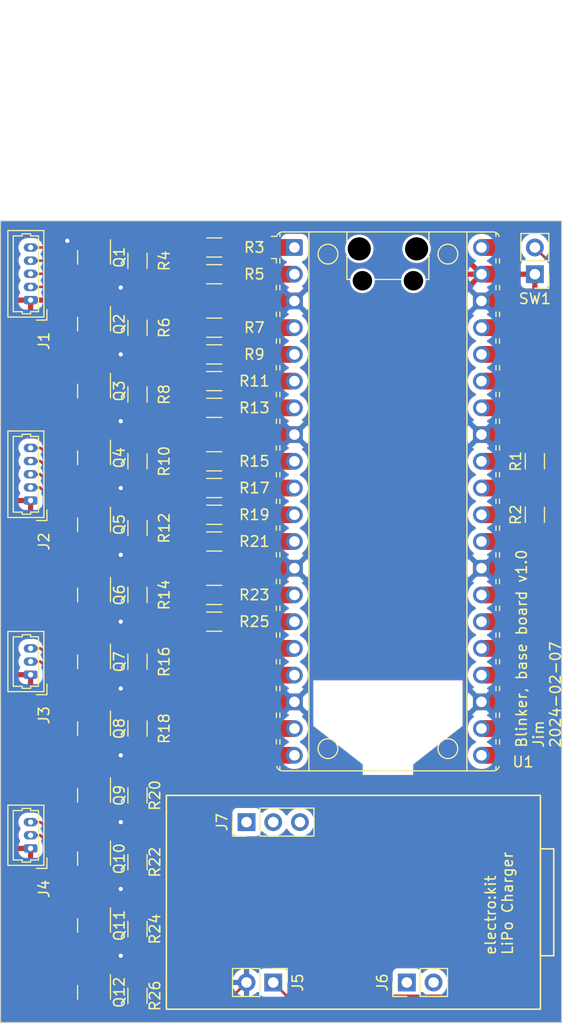
<source format=kicad_pcb>
(kicad_pcb (version 20221018) (generator pcbnew)
  (layers (0 "F.Cu" signal) (31 "B.Cu" signal) (34 "B.Paste" user) (35 "F.Paste" user) (36 "B.SilkS" user "B.Silkscreen") (37 "F.SilkS" user "F.Silkscreen") (38 "B.Mask" user) (39 "F.Mask" user) (44 "Edge.Cuts" user))
  (net 0 "")
  (net 1 "GND")
  (net 2 "Net-(J1-Pin_2)")
  (net 3 "Net-(J1-Pin_3)")
  (net 4 "Net-(J1-Pin_4)")
  (net 5 "Net-(J1-Pin_5)")
  (net 6 "Net-(J2-Pin_2)")
  (net 7 "Net-(J2-Pin_3)")
  (net 8 "Net-(J2-Pin_4)")
  (net 9 "Net-(J2-Pin_5)")
  (net 10 "Net-(J3-Pin_2)")
  (net 11 "Net-(J3-Pin_3)")
  (net 12 "Net-(J4-Pin_2)")
  (net 13 "Net-(J4-Pin_3)")
  (net 14 "VCC")
  (net 20 "Net-(Q1-G)")
  (net 21 "Net-(Q2-G)")
  (net 22 "Net-(Q3-G)")
  (net 23 "Net-(Q4-G)")
  (net 24 "Net-(Q5-G)")
  (net 25 "Net-(Q6-G)")
  (net 26 "Net-(Q7-G)")
  (net 27 "Net-(Q8-G)")
  (net 28 "Net-(Q9-G)")
  (net 29 "Net-(Q10-G)")
  (net 30 "Net-(Q11-G)")
  (net 31 "Net-(Q12-G)")
  (net 32 "Net-(U1-GPIO26_ADC0)")
  (net 51 "Net-(J5-Pin_1)")
  (net 52 "Net-(U1-GPIO0)")
  (net 53 "Net-(U1-GPIO1)")
  (net 54 "Net-(U1-GPIO2)")
  (net 55 "Net-(U1-GPIO3)")
  (net 56 "Net-(U1-GPIO4)")
  (net 57 "Net-(U1-GPIO5)")
  (net 58 "Net-(U1-GPIO6)")
  (net 59 "Net-(U1-GPIO7)")
  (net 60 "Net-(U1-GPIO8)")
  (net 61 "Net-(U1-GPIO9)")
  (net 62 "Net-(U1-GPIO10)")
  (net 63 "Net-(U1-GPIO11)")
  (footprint "Connector_Molex:Molex_PicoBlade_53047-0310_1x03_P1.25mm_Vertical" (layer "F.Cu") (at 150.18 110.45 90)
    (fp_text reference "J4")
    (fp_text value "R Blinker")
  )
  (footprint "Resistor_SMD:R_1206_3216Metric" (layer "F.Cu") (at 167.64 81.28)
    (fp_text reference "R21")
    (fp_text value "R" hide)
  )
  (footprint "Resistor_SMD:R_1206_3216Metric" (layer "F.Cu") (at 160.34 111.76 90)
    (fp_text reference "R22")
    (fp_text value "R" hide)
  )
  (footprint "Module_RaspberryPi_Pico:RaspberryPi_Pico_Common" (layer "F.Cu") (at 184.15 77.47)
    (fp_text reference "U1")
    (fp_text value "RaspberryPi_Pico")
  )
  (footprint "Connector_PinHeader_2.54mm:PinHeader_1x02_P2.54mm_Vertical" (layer "F.Cu") (at 185.946051 123.19 90)
    (fp_text reference "J6")
    (fp_text value "Charger - In")
  )
  (footprint "Resistor_SMD:R_1206_3216Metric" (layer "F.Cu") (at 160.34 80.01 90)
    (fp_text reference "R12")
    (fp_text value "R" hide)
  )
  (footprint "Package_TO_SOT_SMD:SOT-23" (layer "F.Cu") (at 156.21 73.3275 -90)
    (fp_text reference "Q4")
    (fp_text value "BSS138")
  )
  (footprint "Resistor_SMD:R_1206_3216Metric" (layer "F.Cu") (at 167.64 60.96)
    (fp_text reference "R7")
    (fp_text value "R" hide)
  )
  (footprint "Resistor_SMD:R_1206_3216Metric" (layer "F.Cu") (at 167.64 66.04)
    (fp_text reference "R11")
    (fp_text value "R" hide)
  )
  (footprint "Package_TO_SOT_SMD:SOT-23" (layer "F.Cu") (at 156.21 99.06 -90)
    (fp_text reference "Q8")
    (fp_text value "BSS138")
  )
  (footprint "Resistor_SMD:R_1206_3216Metric" (layer "F.Cu") (at 167.64 68.58)
    (fp_text reference "R13")
    (fp_text value "R" hide)
  )
  (footprint "Package_TO_SOT_SMD:SOT-23" (layer "F.Cu") (at 156.21 92.71 -90)
    (fp_text reference "Q7")
    (fp_text value "BSS138")
  )
  (footprint "Package_TO_SOT_SMD:SOT-23" (layer "F.Cu") (at 156.21 66.9775 -90)
    (fp_text reference "Q3")
    (fp_text value "BSS138")
  )
  (footprint "Resistor_SMD:R_1206_3216Metric" (layer "F.Cu") (at 160.34 92.71 90)
    (fp_text reference "R16")
    (fp_text value "R" hide)
  )
  (footprint "Resistor_SMD:R_1206_3216Metric" (layer "F.Cu") (at 167.64 78.74)
    (fp_text reference "R19")
    (fp_text value "R" hide)
  )
  (footprint "Connector_Molex:Molex_PicoBlade_53047-0510_1x05_P1.25mm_Vertical" (layer "F.Cu") (at 150.18 58.34 90)
    (fp_text reference "J1")
    (fp_text value "L Spinner")
  )
  (footprint "Resistor_SMD:R_1206_3216Metric" (layer "F.Cu") (at 160.34 118.11 90)
    (fp_text reference "R24")
    (fp_text value "R" hide)
  )
  (footprint "Resistor_SMD:R_1206_3216Metric" (layer "F.Cu") (at 160.34 60.96 90)
    (fp_text reference "R6")
    (fp_text value "R" hide)
  )
  (footprint "Resistor_SMD:R_1206_3216Metric" (layer "F.Cu") (at 167.64 63.5)
    (fp_text reference "R9")
    (fp_text value "R" hide)
  )
  (footprint "Connector_PinHeader_2.54mm:PinHeader_1x02_P2.54mm_Vertical" (layer "F.Cu") (at 173.246051 123.19 -90)
    (fp_text reference "J5")
    (fp_text value "Charger - Out")
  )
  (footprint "Resistor_SMD:R_1206_3216Metric" (layer "F.Cu") (at 198.12 73.66 90)
    (fp_text reference "R1")
    (fp_text value "R" hide)
  )
  (footprint "Package_TO_SOT_SMD:SOT-23" (layer "F.Cu") (at 156.21 60.6275 -90)
    (fp_text reference "Q2")
    (fp_text value "BSS138")
  )
  (footprint "Resistor_SMD:R_1206_3216Metric" (layer "F.Cu") (at 160.34 124.46 90)
    (fp_text reference "R26")
    (fp_text value "R" hide)
  )
  (footprint "Resistor_SMD:R_1206_3216Metric" (layer "F.Cu") (at 167.64 86.36)
    (fp_text reference "R23")
    (fp_text value "R" hide)
  )
  (footprint "Resistor_SMD:R_1206_3216Metric" (layer "F.Cu") (at 167.64 55.88)
    (fp_text reference "R5")
    (fp_text value "R" hide)
  )
  (footprint "Package_TO_SOT_SMD:SOT-23" (layer "F.Cu") (at 156.21 79.6775 -90)
    (fp_text reference "Q5")
    (fp_text value "BSS138")
  )
  (footprint "Package_TO_SOT_SMD:SOT-23" (layer "F.Cu") (at 156.21 105.41 -90)
    (fp_text reference "Q9")
    (fp_text value "BSS138")
  )
  (footprint "Resistor_SMD:R_1206_3216Metric" (layer "F.Cu") (at 160.34 86.36 90)
    (fp_text reference "R14")
    (fp_text value "R" hide)
  )
  (footprint "Connector_PinHeader_2.54mm:PinHeader_1x03_P2.54mm_Vertical" (layer "F.Cu") (at 170.706051 107.95 90)
    (fp_text reference "J7")
    (fp_text value "Charger - Bat")
  )
  (footprint "Package_TO_SOT_SMD:SOT-23" (layer "F.Cu") (at 156.21 111.4275 -90)
    (fp_text reference "Q10")
    (fp_text value "BSS138")
  )
  (footprint "Package_TO_SOT_SMD:SOT-23" (layer "F.Cu") (at 156.21 86.36 -90)
    (fp_text reference "Q6")
    (fp_text value "BSS138")
  )
  (footprint "Package_TO_SOT_SMD:SOT-23" (layer "F.Cu") (at 156.21 54.2775 -90)
    (fp_text reference "Q1")
    (fp_text value "BSS138")
  )
  (footprint "Resistor_SMD:R_1206_3216Metric" (layer "F.Cu") (at 167.64 88.9)
    (fp_text reference "R25")
    (fp_text value "R" hide)
  )
  (footprint "Resistor_SMD:R_1206_3216Metric" (layer "F.Cu") (at 167.64 53.34)
    (fp_text reference "R3")
    (fp_text value "R" hide)
  )
  (footprint "Connector_PinHeader_2.54mm:PinHeader_1x02_P2.54mm_Vertical" (layer "F.Cu") (at 198.12 55.88 180)
    (fp_text reference "SW1")
    (fp_text value "SW_Push" hide)
  )
  (footprint "Resistor_SMD:R_1206_3216Metric" (layer "F.Cu") (at 160.34 105.41 90)
    (fp_text reference "R20")
    (fp_text value "R" hide)
  )
  (footprint "Resistor_SMD:R_1206_3216Metric" (layer "F.Cu") (at 160.34 67.31 90)
    (fp_text reference "R8")
    (fp_text value "R" hide)
  )
  (footprint "Resistor_SMD:R_1206_3216Metric" (layer "F.Cu") (at 167.64 73.66)
    (fp_text reference "R15")
    (fp_text value "R" hide)
  )
  (footprint "Connector_Molex:Molex_PicoBlade_53047-0310_1x03_P1.25mm_Vertical" (layer "F.Cu") (at 150.18 93.94 90)
    (fp_text reference "J3")
    (fp_text value "L Blinker")
  )
  (footprint "Resistor_SMD:R_1206_3216Metric" (layer "F.Cu") (at 167.64 76.2)
    (fp_text reference "R17")
    (fp_text value "R" hide)
  )
  (footprint "Package_TO_SOT_SMD:SOT-23" (layer "F.Cu") (at 156.21 117.7775 -90)
    (fp_text reference "Q11")
    (fp_text value "BSS138")
  )
  (footprint "Resistor_SMD:R_1206_3216Metric" (layer "F.Cu") (at 198.12 78.74 90)
    (fp_text reference "R2")
    (fp_text value "R" hide)
  )
  (footprint "Resistor_SMD:R_1206_3216Metric" (layer "F.Cu") (at 160.34 54.61 90)
    (fp_text reference "R4")
    (fp_text value "R" hide)
  )
  (footprint "Connector_Molex:Molex_PicoBlade_53047-0510_1x05_P1.25mm_Vertical" (layer "F.Cu") (at 150.18 77.39 90)
    (fp_text reference "J2")
    (fp_text value "R Spinner")
  )
  (footprint "Resistor_SMD:R_1206_3216Metric" (layer "F.Cu") (at 160.34 73.66 90)
    (fp_text reference "R10")
    (fp_text value "R" hide)
  )
  (footprint "Package_TO_SOT_SMD:SOT-23" (layer "F.Cu") (at 156.21 124.1275 -90)
    (fp_text reference "Q12")
    (fp_text value "BSS138")
  )
  (footprint "Resistor_SMD:R_1206_3216Metric" (layer "F.Cu") (at 160.34 99.06 90)
    (fp_text reference "R18")
    (fp_text value "R" hide)
  )
  (gr_poly (pts (xy 198.646051 120.649999) (xy 198.646051 110.490001) (xy 199.916052 110.49) (xy 199.916052 120.65)) (stroke (width 0.15)) (fill none) (layer "F.SilkS"))
  (gr_poly (pts (xy 163.086051 125.73) (xy 163.086051 105.41) (xy 198.646051 105.41) (xy 198.646051 125.73)) (stroke (width 0.15)) (fill none) (layer "F.SilkS"))
  (gr_rect (start 147.32 50.8) (end 200.66 127) (stroke (width 0.1)) (fill none) (layer "Edge.Cuts"))
  (gr_text "electro:kit\nLiPo Charger" (at 196.106051 120.65 90) (layer "F.SilkS") (effects (font (size 1 1)) (justify left bottom)))
  (gr_text "Blinker, base board v1.0\nJim\n2024-02-07" (at 200.66 100.965 90) (layer "F.SilkS") (effects (font (size 1 1)) (justify left bottom)))
  (segment (start 157.8 120.65) (end 158.75 120.65) (width 0.25) (layer "F.Cu") (net 1))
  (segment (start 159.8275 68.7725) (end 158.75 69.85) (width 0.25) (layer "F.Cu") (net 1))
  (segment (start 159.8275 87.8225) (end 158.75 88.9) (width 0.25) (layer "F.Cu") (net 1))
  (segment (start 155.26 116.84) (end 157.8 114.3) (width 0.25) (layer "F.Cu") (net 1))
  (segment (start 159.8275 56.0725) (end 158.75 57.15) (width 0.25) (layer "F.Cu") (net 1))
  (segment (start 160.34 81.4725) (end 159.8275 81.4725) (width 0.25) (layer "F.Cu") (net 1))
  (segment (start 160.34 106.8725) (end 159.8275 106.8725) (width 0.25) (layer "F.Cu") (net 1))
  (segment (start 159.8275 119.5725) (end 158.75 120.65) (width 0.25) (layer "F.Cu") (net 1))
  (segment (start 194.5025 83.82) (end 198.12 80.2025) (width 0.25) (layer "F.Cu") (net 1))
  (segment (start 159.8275 94.1725) (end 158.75 95.25) (width 0.25) (layer "F.Cu") (net 1))
  (segment (start 193.04 83.82) (end 194.5025 83.82) (width 0.25) (layer "F.Cu") (net 1))
  (segment (start 155.26 78.74) (end 157.8 76.2) (width 0.25) (layer "F.Cu") (net 1))
  (segment (start 155.26 66.04) (end 157.8 63.5) (width 0.25) (layer "F.Cu") (net 1))
  (segment (start 160.34 56.0725) (end 159.8275 56.0725) (width 0.25) (layer "F.Cu") (net 1))
  (segment (start 155.26 104.4725) (end 158.1325 101.6) (width 0.25) (layer "F.Cu") (net 1))
  (segment (start 167.973551 125.9225) (end 170.706051 123.19) (width 0.25) (layer "F.Cu") (net 1))
  (segment (start 158.1325 88.9) (end 158.75 88.9) (width 0.25) (layer "F.Cu") (net 1))
  (segment (start 160.34 125.9225) (end 167.973551 125.9225) (width 0.25) (layer "F.Cu") (net 1))
  (segment (start 155.26 53.34) (end 154.305 53.34) (width 0.25) (layer "F.Cu") (net 1))
  (segment (start 157.8 76.2) (end 158.75 76.2) (width 0.25) (layer "F.Cu") (net 1))
  (segment (start 157.8 69.85) (end 158.75 69.85) (width 0.25) (layer "F.Cu") (net 1))
  (segment (start 160.34 75.1225) (end 159.8275 75.1225) (width 0.25) (layer "F.Cu") (net 1))
  (segment (start 158.1325 95.25) (end 158.75 95.25) (width 0.25) (layer "F.Cu") (net 1))
  (segment (start 155.26 59.69) (end 157.8 57.15) (width 0.25) (layer "F.Cu") (net 1))
  (segment (start 159.8275 62.4225) (end 158.75 63.5) (width 0.25) (layer "F.Cu") (net 1))
  (segment (start 159.8275 75.1225) (end 158.75 76.2) (width 0.25) (layer "F.Cu") (net 1))
  (segment (start 155.26 85.4225) (end 158.1325 82.55) (width 0.25) (layer "F.Cu") (net 1))
  (segment (start 159.8275 100.5225) (end 158.75 101.6) (width 0.25) (layer "F.Cu") (net 1))
  (segment (start 155.26 110.49) (end 157.8 107.95) (width 0.25) (layer "F.Cu") (net 1))
  (segment (start 159.8275 81.4725) (end 158.75 82.55) (width 0.25) (layer "F.Cu") (net 1))
  (segment (start 157.8 57.15) (end 158.75 57.15) (width 0.25) (layer "F.Cu") (net 1))
  (segment (start 154.305 53.34) (end 153.67 52.705) (width 0.25) (layer "F.Cu") (net 1))
  (segment (start 160.34 113.2225) (end 159.8275 113.2225) (width 0.25) (layer "F.Cu") (net 1))
  (segment (start 155.26 72.39) (end 157.8 69.85) (width 0.25) (layer "F.Cu") (net 1))
  (segment (start 157.8 63.5) (end 158.75 63.5) (width 0.25) (layer "F.Cu") (net 1))
  (segment (start 160.34 100.5225) (end 159.8275 100.5225) (width 0.25) (layer "F.Cu") (net 1))
  (segment (start 158.1325 101.6) (end 158.75 101.6) (width 0.25) (layer "F.Cu") (net 1))
  (segment (start 159.8275 106.8725) (end 158.75 107.95) (width 0.25) (layer "F.Cu") (net 1))
  (segment (start 160.34 87.8225) (end 159.8275 87.8225) (width 0.25) (layer "F.Cu") (net 1))
  (segment (start 160.34 119.5725) (end 159.8275 119.5725) (width 0.25) (layer "F.Cu") (net 1))
  (segment (start 160.34 62.4225) (end 159.8275 62.4225) (width 0.25) (layer "F.Cu") (net 1))
  (segment (start 157.8 107.95) (end 158.75 107.95) (width 0.25) (layer "F.Cu") (net 1))
  (segment (start 155.26 123.19) (end 157.8 120.65) (width 0.25) (layer "F.Cu") (net 1))
  (segment (start 159.8275 113.2225) (end 158.75 114.3) (width 0.25) (layer "F.Cu") (net 1))
  (segment (start 160.34 68.7725) (end 159.8275 68.7725) (width 0.25) (layer "F.Cu") (net 1))
  (segment (start 155.26 91.7725) (end 158.1325 88.9) (width 0.25) (layer "F.Cu") (net 1))
  (segment (start 160.34 94.1725) (end 159.8275 94.1725) (width 0.25) (layer "F.Cu") (net 1))
  (segment (start 158.1325 82.55) (end 158.75 82.55) (width 0.25) (layer "F.Cu") (net 1))
  (segment (start 155.26 98.1225) (end 158.1325 95.25) (width 0.25) (layer "F.Cu") (net 1))
  (segment (start 157.8 114.3) (end 158.75 114.3) (width 0.25) (layer "F.Cu") (net 1))
  (via (at 158.75 82.55) (size 0.8) (drill 0.4) (layers "F.Cu" "B.Cu") (net 1))
  (via (at 158.75 69.85) (size 0.8) (drill 0.4) (layers "F.Cu" "B.Cu") (net 1))
  (via (at 153.67 52.705) (size 0.8) (drill 0.4) (layers "F.Cu" "B.Cu") (net 1))
  (via (at 158.75 95.25) (size 0.8) (drill 0.4) (layers "F.Cu" "B.Cu") (net 1))
  (via (at 158.75 101.6) (size 0.8) (drill 0.4) (layers "F.Cu" "B.Cu") (net 1))
  (via (at 158.75 120.65) (size 0.8) (drill 0.4) (layers "F.Cu" "B.Cu") (net 1))
  (via (at 158.75 114.3) (size 0.8) (drill 0.4) (layers "F.Cu" "B.Cu") (net 1))
  (via (at 158.75 63.5) (size 0.8) (drill 0.4) (layers "F.Cu" "B.Cu") (net 1))
  (via (at 158.75 107.95) (size 0.8) (drill 0.4) (layers "F.Cu" "B.Cu") (net 1))
  (via (at 158.75 88.9) (size 0.8) (drill 0.4) (layers "F.Cu" "B.Cu") (net 1))
  (via (at 158.75 57.15) (size 0.8) (drill 0.4) (layers "F.Cu" "B.Cu") (net 1))
  (via (at 158.75 76.2) (size 0.8) (drill 0.4) (layers "F.Cu" "B.Cu") (net 1))
  (segment (start 153.22 58.605) (end 151.705 57.09) (width 0.25) (layer "F.Cu") (net 2))
  (segment (start 153.22 71.763408) (end 153.22 58.605) (width 0.25) (layer "F.Cu") (net 2))
  (segment (start 156.21 74.265) (end 155.721592 74.265) (width 0.25) (layer "F.Cu") (net 2))
  (segment (start 155.721592 74.265) (end 153.22 71.763408) (width 0.25) (layer "F.Cu") (net 2))
  (segment (start 151.705 57.09) (end 150.18 57.09) (width 0.25) (layer "F.Cu") (net 2))
  (segment (start 155.721592 67.915) (end 153.67 65.863408) (width 0.25) (layer "F.Cu") (net 3))
  (segment (start 151.725 55.84) (end 150.18 55.84) (width 0.25) (layer "F.Cu") (net 3))
  (segment (start 156.21 67.915) (end 155.721592 67.915) (width 0.25) (layer "F.Cu") (net 3))
  (segment (start 153.67 57.785) (end 151.725 55.84) (width 0.25) (layer "F.Cu") (net 3))
  (segment (start 153.67 65.863408) (end 153.67 57.785) (width 0.25) (layer "F.Cu") (net 3))
  (segment (start 151.4275 54.59) (end 150.18 54.59) (width 0.25) (layer "F.Cu") (net 4))
  (segment (start 156.21 61.565) (end 155.721592 61.565) (width 0.25) (layer "F.Cu") (net 4))
  (segment (start 154.12 57.2825) (end 151.4275 54.59) (width 0.25) (layer "F.Cu") (net 4))
  (segment (start 155.721592 61.565) (end 154.12 59.963408) (width 0.25) (layer "F.Cu") (net 4))
  (segment (start 154.12 59.963408) (end 154.12 57.2825) (width 0.25) (layer "F.Cu") (net 4))
  (segment (start 150.18 53.34) (end 152.4 53.34) (width 0.25) (layer "F.Cu") (net 5))
  (segment (start 154.275 55.215) (end 156.21 55.215) (width 0.25) (layer "F.Cu") (net 5))
  (segment (start 152.4 53.34) (end 154.275 55.215) (width 0.25) (layer "F.Cu") (net 5))
  (segment (start 151.07 76.14) (end 150.18 76.14) (width 0.25) (layer "F.Cu") (net 6))
  (segment (start 153.855 86.7037) (end 152.77 85.6187) (width 0.25) (layer "F.Cu") (net 6))
  (segment (start 155.721592 99.9975) (end 153.855 98.130908) (width 0.25) (layer "F.Cu") (net 6))
  (segment (start 156.21 99.9975) (end 155.721592 99.9975) (width 0.25) (layer "F.Cu") (net 6))
  (segment (start 152.77 77.84) (end 151.07 76.14) (width 0.25) (layer "F.Cu") (net 6))
  (segment (start 153.855 98.130908) (end 153.855 86.7037) (width 0.25) (layer "F.Cu") (net 6))
  (segment (start 152.77 85.6187) (end 152.77 77.84) (width 0.25) (layer "F.Cu") (net 6))
  (segment (start 153.22 77.02) (end 151.09 74.89) (width 0.25) (layer "F.Cu") (net 7))
  (segment (start 155.721592 93.6475) (end 154.305 92.230908) (width 0.25) (layer "F.Cu") (net 7))
  (segment (start 156.21 93.6475) (end 155.721592 93.6475) (width 0.25) (layer "F.Cu") (net 7))
  (segment (start 154.305 86.517304) (end 153.22 85.432304) (width 0.25) (layer "F.Cu") (net 7))
  (segment (start 154.305 92.230908) (end 154.305 86.517304) (width 0.25) (layer "F.Cu") (net 7))
  (segment (start 153.22 85.432304) (end 153.22 77.02) (width 0.25) (layer "F.Cu") (net 7))
  (segment (start 151.09 74.89) (end 150.18 74.89) (width 0.25) (layer "F.Cu") (net 7))
  (segment (start 151.11 73.64) (end 150.18 73.64) (width 0.25) (layer "F.Cu") (net 8))
  (segment (start 153.67 85.245908) (end 153.67 76.2) (width 0.25) (layer "F.Cu") (net 8))
  (segment (start 153.67 76.2) (end 151.11 73.64) (width 0.25) (layer "F.Cu") (net 8))
  (segment (start 156.21 87.2975) (end 155.721592 87.2975) (width 0.25) (layer "F.Cu") (net 8))
  (segment (start 155.721592 87.2975) (end 153.67 85.245908) (width 0.25) (layer "F.Cu") (net 8))
  (segment (start 155.721592 80.615) (end 154.12 79.013408) (width 0.25) (layer "F.Cu") (net 9))
  (segment (start 151.13 72.39) (end 150.18 72.39) (width 0.25) (layer "F.Cu") (net 9))
  (segment (start 156.21 80.615) (end 155.721592 80.615) (width 0.25) (layer "F.Cu") (net 9))
  (segment (start 154.12 75.38) (end 151.13 72.39) (width 0.25) (layer "F.Cu") (net 9))
  (segment (start 154.12 79.013408) (end 154.12 75.38) (width 0.25) (layer "F.Cu") (net 9))
  (segment (start 152.955 98.5037) (end 152.955 94.535) (width 0.25) (layer "F.Cu") (net 10))
  (segment (start 152.955 94.535) (end 151.11 92.69) (width 0.25) (layer "F.Cu") (net 10))
  (segment (start 155.721592 112.365) (end 153.855 110.498408) (width 0.25) (layer "F.Cu") (net 10))
  (segment (start 151.11 92.69) (end 150.18 92.69) (width 0.25) (layer "F.Cu") (net 10))
  (segment (start 156.21 112.365) (end 155.721592 112.365) (width 0.25) (layer "F.Cu") (net 10))
  (segment (start 153.855 99.4037) (end 152.955 98.5037) (width 0.25) (layer "F.Cu") (net 10))
  (segment (start 153.855 110.498408) (end 153.855 99.4037) (width 0.25) (layer "F.Cu") (net 10))
  (segment (start 155.721592 106.3475) (end 154.305 104.930908) (width 0.25) (layer "F.Cu") (net 11))
  (segment (start 153.405 98.317304) (end 153.405 93.715) (width 0.25) (layer "F.Cu") (net 11))
  (segment (start 153.405 93.715) (end 151.13 91.44) (width 0.25) (layer "F.Cu") (net 11))
  (segment (start 151.13 91.44) (end 150.18 91.44) (width 0.25) (layer "F.Cu") (net 11))
  (segment (start 154.305 99.217304) (end 153.405 98.317304) (width 0.25) (layer "F.Cu") (net 11))
  (segment (start 154.305 104.930908) (end 154.305 99.217304) (width 0.25) (layer "F.Cu") (net 11))
  (segment (start 156.21 106.3475) (end 155.721592 106.3475) (width 0.25) (layer "F.Cu") (net 11))
  (segment (start 153.855 117.484804) (end 153.855 111.945) (width 0.25) (layer "F.Cu") (net 12))
  (segment (start 153.855 111.945) (end 151.11 109.2) (width 0.25) (layer "F.Cu") (net 12))
  (segment (start 156.21 125.065) (end 155.721592 125.065) (width 0.25) (layer "F.Cu") (net 12))
  (segment (start 154.305 117.934804) (end 153.855 117.484804) (width 0.25) (layer "F.Cu") (net 12))
  (segment (start 151.11 109.2) (end 150.18 109.2) (width 0.25) (layer "F.Cu") (net 12))
  (segment (start 155.721592 125.065) (end 154.305 123.648408) (width 0.25) (layer "F.Cu") (net 12))
  (segment (start 154.305 123.648408) (end 154.305 117.934804) (width 0.25) (layer "F.Cu") (net 12))
  (segment (start 153.405 110.684804) (end 153.405 110.225) (width 0.25) (layer "F.Cu") (net 13))
  (segment (start 155.721592 118.715) (end 154.305 117.298408) (width 0.25) (layer "F.Cu") (net 13))
  (segment (start 151.13 107.95) (end 150.18 107.95) (width 0.25) (layer "F.Cu") (net 13))
  (segment (start 154.305 117.298408) (end 154.305 111.584804) (width 0.25) (layer "F.Cu") (net 13))
  (segment (start 156.21 118.715) (end 155.721592 118.715) (width 0.25) (layer "F.Cu") (net 13))
  (segment (start 153.405 110.225) (end 151.13 107.95) (width 0.25) (layer "F.Cu") (net 13))
  (segment (start 154.305 111.584804) (end 153.405 110.684804) (width 0.25) (layer "F.Cu") (net 13))
  (segment (start 160.34 53.1475) (end 165.985 53.1475) (width 0.25) (layer "F.Cu") (net 20))
  (segment (start 157.3525 53.1475) (end 157.16 53.34) (width 0.25) (layer "F.Cu") (net 20))
  (segment (start 165.985 53.1475) (end 166.1775 53.34) (width 0.25) (layer "F.Cu") (net 20))
  (segment (start 160.34 53.1475) (end 157.3525 53.1475) (width 0.25) (layer "F.Cu") (net 20))
  (segment (start 160.34 59.4975) (end 162.56 59.4975) (width 0.25) (layer "F.Cu") (net 21))
  (segment (start 157.3525 59.4975) (end 157.16 59.69) (width 0.25) (layer "F.Cu") (net 21))
  (segment (start 162.56 59.4975) (end 166.1775 55.88) (width 0.25) (layer "F.Cu") (net 21))
  (segment (start 160.34 59.4975) (end 157.3525 59.4975) (width 0.25) (layer "F.Cu") (net 21))
  (segment (start 161.29 65.8475) (end 166.1775 60.96) (width 0.25) (layer "F.Cu") (net 22))
  (segment (start 160.34 65.8475) (end 157.3525 65.8475) (width 0.25) (layer "F.Cu") (net 22))
  (segment (start 157.3525 65.8475) (end 157.16 66.04) (width 0.25) (layer "F.Cu") (net 22))
  (segment (start 160.34 65.8475) (end 161.29 65.8475) (width 0.25) (layer "F.Cu") (net 22))
  (segment (start 157.3525 72.1975) (end 157.16 72.39) (width 0.25) (layer "F.Cu") (net 23))
  (segment (start 161.54 68.2149) (end 161.54 70.9975) (width 0.25) (layer "F.Cu") (net 23))
  (segment (start 161.54 70.9975) (end 160.34 72.1975) (width 0.25) (layer "F.Cu") (net 23))
  (segment (start 161.5013 68.1762) (end 161.54 68.2149) (width 0.25) (layer "F.Cu") (net 23))
  (segment (start 166.1775 63.5) (end 161.5013 68.1762) (width 0.25) (layer "F.Cu") (net 23))
  (segment (start 160.34 72.1975) (end 157.3525 72.1975) (width 0.25) (layer "F.Cu") (net 23))
  (segment (start 160.34 78.5475) (end 157.3525 78.5475) (width 0.25) (layer "F.Cu") (net 24))
  (segment (start 161.99 70.2275) (end 161.99 76.8975) (width 0.25) (layer "F.Cu") (net 24))
  (segment (start 157.3525 78.5475) (end 157.16 78.74) (width 0.25) (layer "F.Cu") (net 24))
  (segment (start 161.99 76.8975) (end 160.34 78.5475) (width 0.25) (layer "F.Cu") (net 24))
  (segment (start 166.1775 66.04) (end 161.99 70.2275) (width 0.25) (layer "F.Cu") (net 24))
  (segment (start 157.685 84.8975) (end 157.16 85.4225) (width 0.25) (layer "F.Cu") (net 25))
  (segment (start 162.44 82.7975) (end 160.34 84.8975) (width 0.25) (layer "F.Cu") (net 25))
  (segment (start 162.44 72.3175) (end 162.44 82.7975) (width 0.25) (layer "F.Cu") (net 25))
  (segment (start 166.1775 68.58) (end 162.44 72.3175) (width 0.25) (layer "F.Cu") (net 25))
  (segment (start 160.34 84.8975) (end 157.685 84.8975) (width 0.25) (layer "F.Cu") (net 25))
  (segment (start 157.685 91.2475) (end 157.16 91.7725) (width 0.25) (layer "F.Cu") (net 26))
  (segment (start 160.34 91.2475) (end 157.685 91.2475) (width 0.25) (layer "F.Cu") (net 26))
  (segment (start 162.89 88.6975) (end 160.34 91.2475) (width 0.25) (layer "F.Cu") (net 26))
  (segment (start 162.89 76.9475) (end 162.89 88.6975) (width 0.25) (layer "F.Cu") (net 26))
  (segment (start 166.1775 73.66) (end 162.89 76.9475) (width 0.25) (layer "F.Cu") (net 26))
  (segment (start 163.34 79.0375) (end 163.34 94.5975) (width 0.25) (layer "F.Cu") (net 27))
  (segment (start 157.685 97.5975) (end 157.16 98.1225) (width 0.25) (layer "F.Cu") (net 27))
  (segment (start 160.34 97.5975) (end 157.685 97.5975) (width 0.25) (layer "F.Cu") (net 27))
  (segment (start 163.34 94.5975) (end 160.34 97.5975) (width 0.25) (layer "F.Cu") (net 27))
  (segment (start 166.1775 76.2) (end 163.34 79.0375) (width 0.25) (layer "F.Cu") (net 27))
  (segment (start 166.1775 78.74) (end 163.83 81.0875) (width 0.25) (layer "F.Cu") (net 28))
  (segment (start 163.83 81.0875) (end 163.83 100.4575) (width 0.25) (layer "F.Cu") (net 28))
  (segment (start 163.83 100.4575) (end 160.34 103.9475) (width 0.25) (layer "F.Cu") (net 28))
  (segment (start 157.685 103.9475) (end 157.16 104.4725) (width 0.25) (layer "F.Cu") (net 28))
  (segment (start 160.34 103.9475) (end 157.685 103.9475) (width 0.25) (layer "F.Cu") (net 28))
  (segment (start 157.3525 110.2975) (end 157.16 110.49) (width 0.25) (layer "F.Cu") (net 29))
  (segment (start 164.28 83.1775) (end 164.28 106.3575) (width 0.25) (layer "F.Cu") (net 29))
  (segment (start 164.28 106.3575) (end 160.34 110.2975) (width 0.25) (layer "F.Cu") (net 29))
  (segment (start 160.34 110.2975) (end 157.3525 110.2975) (width 0.25) (layer "F.Cu") (net 29))
  (segment (start 166.1775 81.28) (end 164.28 83.1775) (width 0.25) (layer "F.Cu") (net 29))
  (segment (start 166.1775 86.36) (end 164.73 87.8075) (width 0.25) (layer "F.Cu") (net 30))
  (segment (start 157.3525 116.6475) (end 157.16 116.84) (width 0.25) (layer "F.Cu") (net 30))
  (segment (start 160.34 116.6475) (end 157.3525 116.6475) (width 0.25) (layer "F.Cu") (net 30))
  (segment (start 164.73 112.2575) (end 160.34 116.6475) (width 0.25) (layer "F.Cu") (net 30))
  (segment (start 164.73 87.8075) (end 164.73 112.2575) (width 0.25) (layer "F.Cu") (net 30))
  (segment (start 160.34 122.9975) (end 157.3525 122.9975) (width 0.25) (layer "F.Cu") (net 31))
  (segment (start 165.18 118.1575) (end 160.34 122.9975) (width 0.25) (layer "F.Cu") (net 31))
  (segment (start 165.18 89.8975) (end 165.18 118.1575) (width 0.25) (layer "F.Cu") (net 31))
  (segment (start 157.3525 122.9975) (end 157.16 123.19) (width 0.25) (layer "F.Cu") (net 31))
  (segment (start 166.1775 88.9) (end 165.18 89.8975) (width 0.25) (layer "F.Cu") (net 31))
  (segment (start 198.12 77.2775) (end 198.12 75.1225) (width 0.25) (layer "F.Cu") (net 32))
  (segment (start 198.12 76.2) (end 193.04 76.2) (width 0.25) (layer "F.Cu") (net 32))
  (segment (start 198.12 75.1225) (end 198.12 76.2) (width 0.25) (layer "F.Cu") (net 32))
  (segment (start 200.025 117.475) (end 200.025 55.245) (width 0.25) (layer "F.Cu") (net 51))
  (segment (start 193.04 124.46) (end 200.025 117.475) (width 0.25) (layer "F.Cu") (net 51))
  (segment (start 173.246051 123.19) (end 174.516051 124.46) (width 0.25) (layer "F.Cu") (net 51))
  (segment (start 200.025 55.245) (end 198.12 53.34) (width 0.25) (layer "F.Cu") (net 51))
  (segment (start 174.516051 124.46) (end 193.04 124.46) (width 0.25) (layer "F.Cu") (net 51))
  (segment (start 169.1025 53.34) (end 175.26 53.34) (width 0.25) (layer "F.Cu") (net 52))
  (segment (start 169.1025 55.88) (end 175.26 55.88) (width 0.25) (layer "F.Cu") (net 53))
  (segment (start 169.1025 60.96) (end 175.26 60.96) (width 0.25) (layer "F.Cu") (net 54))
  (segment (start 169.1025 63.5) (end 175.26 63.5) (width 0.25) (layer "F.Cu") (net 55))
  (segment (start 169.1025 66.04) (end 175.26 66.04) (width 0.25) (layer "F.Cu") (net 56))
  (segment (start 169.1025 68.58) (end 175.26 68.58) (width 0.25) (layer "F.Cu") (net 57))
  (segment (start 169.1025 73.66) (end 175.26 73.66) (width 0.25) (layer "F.Cu") (net 58))
  (segment (start 169.1025 76.2) (end 175.26 76.2) (width 0.25) (layer "F.Cu") (net 59))
  (segment (start 169.1025 78.74) (end 175.26 78.74) (width 0.25) (layer "F.Cu") (net 60))
  (segment (start 169.1025 81.28) (end 175.26 81.28) (width 0.25) (layer "F.Cu") (net 61))
  (segment (start 169.1025 86.36) (end 175.26 86.36) (width 0.25) (layer "F.Cu") (net 62))
  (segment (start 169.1025 88.9) (end 175.26 88.9) (width 0.25) (layer "F.Cu") (net 63))
  (zone (net 14) (net_name "VCC") (layer "F.Cu") (priority 1) (connect_pads (clearance 0.5)) (min_thickness 0.25) (fill yes (thermal_gap 0.5) (thermal_bridge_width 0.5))
    (polygon (pts (xy 147.32 50.8) (xy 200.66 50.8) (xy 200.66 127) (xy 147.32 127)))
  )
  (zone (net 1) (net_name "GND") (layer "B.Cu") (connect_pads (clearance 0.5)) (min_thickness 0.25) (fill yes (thermal_gap 0.5) (thermal_bridge_width 0.5))
    (polygon (pts (xy 147.32 50.8) (xy 147.32 127) (xy 200.66 127) (xy 200.66 50.8)))
  )
)
</source>
